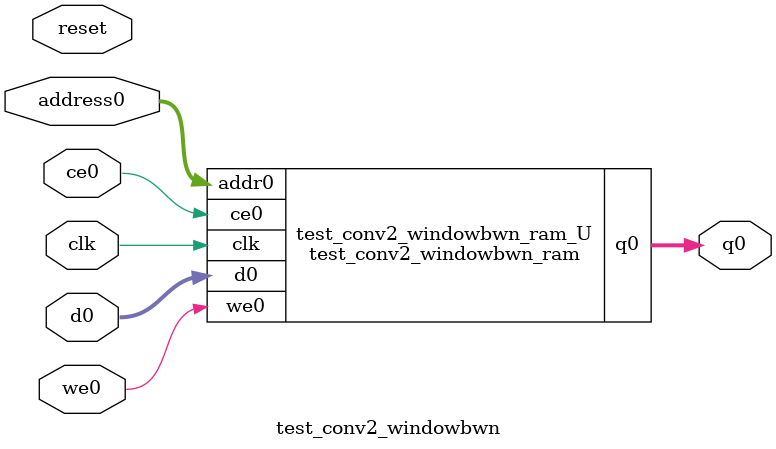
<source format=v>
`timescale 1 ns / 1 ps
module test_conv2_windowbwn_ram (addr0, ce0, d0, we0, q0,  clk);

parameter DWIDTH = 4;
parameter AWIDTH = 4;
parameter MEM_SIZE = 16;

input[AWIDTH-1:0] addr0;
input ce0;
input[DWIDTH-1:0] d0;
input we0;
output reg[DWIDTH-1:0] q0;
input clk;

(* ram_style = "distributed" *)reg [DWIDTH-1:0] ram[0:MEM_SIZE-1];




always @(posedge clk)  
begin 
    if (ce0) begin
        if (we0) 
            ram[addr0] <= d0; 
        q0 <= ram[addr0];
    end
end


endmodule

`timescale 1 ns / 1 ps
module test_conv2_windowbwn(
    reset,
    clk,
    address0,
    ce0,
    we0,
    d0,
    q0);

parameter DataWidth = 32'd4;
parameter AddressRange = 32'd16;
parameter AddressWidth = 32'd4;
input reset;
input clk;
input[AddressWidth - 1:0] address0;
input ce0;
input we0;
input[DataWidth - 1:0] d0;
output[DataWidth - 1:0] q0;



test_conv2_windowbwn_ram test_conv2_windowbwn_ram_U(
    .clk( clk ),
    .addr0( address0 ),
    .ce0( ce0 ),
    .we0( we0 ),
    .d0( d0 ),
    .q0( q0 ));

endmodule


</source>
